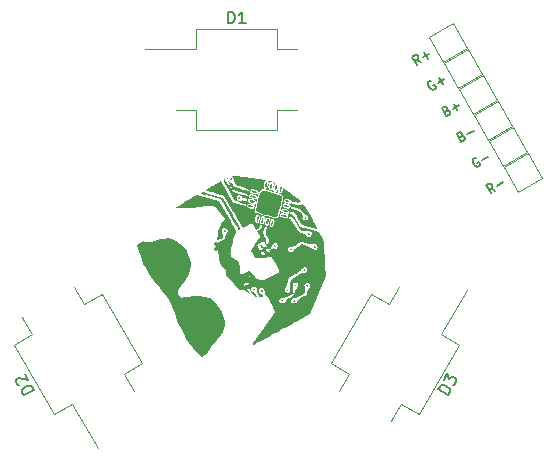
<source format=gto>
%TF.GenerationSoftware,KiCad,Pcbnew,(5.99.0-11336-g5116fa6d12)*%
%TF.CreationDate,2021-07-16T01:57:22+02:00*%
%TF.ProjectId,LED_PCB_60mm,4c45445f-5043-4425-9f36-306d6d2e6b69,rev?*%
%TF.SameCoordinates,Original*%
%TF.FileFunction,Legend,Top*%
%TF.FilePolarity,Positive*%
%FSLAX46Y46*%
G04 Gerber Fmt 4.6, Leading zero omitted, Abs format (unit mm)*
G04 Created by KiCad (PCBNEW (5.99.0-11336-g5116fa6d12)) date 2021-07-16 01:57:22*
%MOMM*%
%LPD*%
G01*
G04 APERTURE LIST*
%ADD10C,0.150000*%
%ADD11C,0.300000*%
%ADD12C,0.120000*%
G04 APERTURE END LIST*
D10*
X165890245Y-73220523D02*
X165479364Y-73028856D01*
X165504245Y-73443380D02*
X165114245Y-72767880D01*
X165371578Y-72619309D01*
X165454483Y-72614333D01*
X165505221Y-72627928D01*
X165574531Y-72673690D01*
X165630245Y-72770190D01*
X165635221Y-72853095D01*
X165621626Y-72903833D01*
X165575864Y-72973142D01*
X165318531Y-73121714D01*
X166031173Y-72796047D02*
X166545840Y-72498904D01*
X166437078Y-72904809D02*
X166139935Y-72390142D01*
X166742450Y-74770871D02*
X166659545Y-74775848D01*
X166563045Y-74831562D01*
X166485116Y-74919443D01*
X166457926Y-75020919D01*
X166462902Y-75103824D01*
X166505021Y-75251062D01*
X166560735Y-75347562D01*
X166667188Y-75457657D01*
X166736497Y-75503419D01*
X166837973Y-75530609D01*
X166953045Y-75507062D01*
X167017378Y-75469919D01*
X167095307Y-75382038D01*
X167108902Y-75331300D01*
X166978902Y-75106133D01*
X166850235Y-75180419D01*
X167286973Y-74971157D02*
X167801640Y-74674014D01*
X167692878Y-75079919D02*
X167395735Y-74565252D01*
X168036726Y-77309767D02*
X168151797Y-77286219D01*
X168202535Y-77299815D01*
X168271845Y-77345576D01*
X168327559Y-77442076D01*
X168332535Y-77524981D01*
X168318940Y-77575719D01*
X168273178Y-77645029D01*
X168015845Y-77793600D01*
X167625845Y-77118100D01*
X167851012Y-76988100D01*
X167933916Y-76983124D01*
X167984654Y-76996719D01*
X168053964Y-77042481D01*
X168091107Y-77106815D01*
X168096083Y-77189719D01*
X168082488Y-77240457D01*
X168036726Y-77309767D01*
X167811559Y-77439767D01*
X168542773Y-77146267D02*
X169057440Y-76849124D01*
X168948678Y-77255029D02*
X168651535Y-76740362D01*
X169292526Y-79484877D02*
X169407597Y-79461329D01*
X169458335Y-79474925D01*
X169527645Y-79520686D01*
X169583359Y-79617186D01*
X169588335Y-79700091D01*
X169574740Y-79750829D01*
X169528978Y-79820139D01*
X169271645Y-79968710D01*
X168881645Y-79293210D01*
X169106812Y-79163210D01*
X169189716Y-79158234D01*
X169240454Y-79171829D01*
X169309764Y-79217591D01*
X169346907Y-79281925D01*
X169351883Y-79364829D01*
X169338288Y-79415567D01*
X169292526Y-79484877D01*
X169067359Y-79614877D01*
X169798573Y-79321377D02*
X170313240Y-79024234D01*
X170509850Y-81296201D02*
X170426945Y-81301178D01*
X170330445Y-81356892D01*
X170252516Y-81444773D01*
X170225326Y-81546249D01*
X170230302Y-81629154D01*
X170272421Y-81776392D01*
X170328135Y-81872892D01*
X170434588Y-81982987D01*
X170503897Y-82028749D01*
X170605373Y-82055939D01*
X170720445Y-82032392D01*
X170784778Y-81995249D01*
X170862707Y-81907368D01*
X170876302Y-81856630D01*
X170746302Y-81631463D01*
X170617635Y-81705749D01*
X171054373Y-81496487D02*
X171569040Y-81199344D01*
X172169245Y-84096073D02*
X171758364Y-83904406D01*
X171783245Y-84318930D02*
X171393245Y-83643430D01*
X171650578Y-83494859D01*
X171733483Y-83489883D01*
X171784221Y-83503478D01*
X171853531Y-83549240D01*
X171909245Y-83645740D01*
X171914221Y-83728645D01*
X171900626Y-83779383D01*
X171854864Y-83848692D01*
X171597531Y-83997264D01*
X172310173Y-83671597D02*
X172824840Y-83374454D01*
D11*
%TO.C,G\u002A\u002A\u002A*%
X150226974Y-91815300D02*
X150236697Y-91977284D01*
X150345554Y-92165830D01*
X150517260Y-92318090D01*
X150715528Y-92371216D01*
X150877512Y-92361493D01*
X151165192Y-92279199D01*
X151353738Y-92170342D01*
X151568847Y-91962350D01*
X151658259Y-91826930D01*
X151711385Y-91628661D01*
X151665376Y-91403830D01*
X151592805Y-91278132D01*
X151421099Y-91125872D01*
X151321965Y-91099309D01*
X150882024Y-91353309D01*
X151027167Y-91604704D01*
X149692411Y-91034553D02*
X150006654Y-90853124D01*
X150062386Y-91239939D02*
X150006654Y-90853124D01*
X149699528Y-90611452D01*
X150366906Y-90896528D02*
X150006654Y-90853124D01*
X150149192Y-90519436D01*
X149111839Y-90028974D02*
X149426083Y-89847545D01*
X149481814Y-90234360D02*
X149426083Y-89847545D01*
X149118957Y-89605873D01*
X149786335Y-89890949D02*
X149426083Y-89847545D01*
X149568621Y-89513856D01*
X148531268Y-89023395D02*
X148845512Y-88841966D01*
X148901243Y-89228781D02*
X148845512Y-88841966D01*
X148538386Y-88600294D01*
X149205763Y-88885369D02*
X148845512Y-88841966D01*
X148988049Y-88508277D01*
D10*
%TO.C,D1*%
X149503904Y-69928380D02*
X149503904Y-68928380D01*
X149742000Y-68928380D01*
X149884857Y-68976000D01*
X149980095Y-69071238D01*
X150027714Y-69166476D01*
X150075333Y-69356952D01*
X150075333Y-69499809D01*
X150027714Y-69690285D01*
X149980095Y-69785523D01*
X149884857Y-69880761D01*
X149742000Y-69928380D01*
X149503904Y-69928380D01*
X151027714Y-69928380D02*
X150456285Y-69928380D01*
X150742000Y-69928380D02*
X150742000Y-68928380D01*
X150646761Y-69071238D01*
X150551523Y-69166476D01*
X150456285Y-69214095D01*
%TO.C,D3*%
X168186255Y-101382399D02*
X167320230Y-100882399D01*
X167439277Y-100676203D01*
X167551945Y-100576294D01*
X167682043Y-100541435D01*
X167788331Y-100547814D01*
X167977098Y-100601813D01*
X168100816Y-100673242D01*
X168241964Y-100809719D01*
X168300633Y-100898578D01*
X168335492Y-101028675D01*
X168305303Y-101176203D01*
X168186255Y-101382399D01*
X167772611Y-100098852D02*
X168082135Y-99562741D01*
X168245382Y-100041893D01*
X168316811Y-99918175D01*
X168405669Y-99859506D01*
X168470718Y-99842076D01*
X168577006Y-99848456D01*
X168783203Y-99967503D01*
X168841872Y-100056362D01*
X168859302Y-100121411D01*
X168852922Y-100227699D01*
X168710065Y-100475134D01*
X168621206Y-100533804D01*
X168556158Y-100551233D01*
%TO.C,D2*%
X133081291Y-100930018D02*
X132215265Y-101430018D01*
X132096217Y-101223822D01*
X132066028Y-101076294D01*
X132100888Y-100946197D01*
X132159557Y-100857338D01*
X132300705Y-100720861D01*
X132424422Y-100649432D01*
X132613189Y-100595434D01*
X132719477Y-100589054D01*
X132849575Y-100623913D01*
X132962243Y-100723822D01*
X133081291Y-100930018D01*
X131821553Y-100557613D02*
X131756504Y-100540183D01*
X131667646Y-100481514D01*
X131548598Y-100275318D01*
X131542219Y-100169030D01*
X131559648Y-100103981D01*
X131618318Y-100015122D01*
X131700796Y-99967503D01*
X131848324Y-99937314D01*
X132628910Y-100146471D01*
X132319386Y-99610360D01*
%TO.C,G\u002A\u002A\u002A*%
G36*
X156391299Y-87151206D02*
G01*
X155770052Y-86973646D01*
X155466496Y-86447873D01*
X155339708Y-86229658D01*
X155248565Y-86080712D01*
X155180316Y-85986082D01*
X155122214Y-85930820D01*
X155061509Y-85899974D01*
X154985451Y-85878593D01*
X154979883Y-85877226D01*
X154913073Y-85866796D01*
X154851242Y-85857143D01*
X154788723Y-85881943D01*
X154776377Y-85908666D01*
X154786630Y-85975209D01*
X154871584Y-86030755D01*
X154898331Y-86041966D01*
X154964296Y-86075889D01*
X155027245Y-86130731D01*
X155098848Y-86221775D01*
X155190775Y-86364308D01*
X155314695Y-86573611D01*
X155347444Y-86630197D01*
X155654157Y-87161440D01*
X156452196Y-87372766D01*
X157250234Y-87584091D01*
X157452391Y-88000128D01*
X157654549Y-88416163D01*
X157769687Y-90464243D01*
X157816386Y-91294921D01*
X156453884Y-94520218D01*
X155978653Y-94794806D01*
X155907218Y-94836082D01*
X155713681Y-94946519D01*
X155464872Y-95086330D01*
X155235825Y-95213860D01*
X155170452Y-95250259D01*
X154840078Y-95433050D01*
X154483407Y-95629448D01*
X154110099Y-95834195D01*
X153729813Y-96042035D01*
X153352206Y-96247715D01*
X152986936Y-96445975D01*
X152643663Y-96631561D01*
X152332044Y-96799216D01*
X152061738Y-96943685D01*
X151842404Y-97059711D01*
X151683699Y-97142038D01*
X151595281Y-97185410D01*
X151580252Y-97190815D01*
X151564166Y-97176274D01*
X151568107Y-97141012D01*
X151596793Y-97077854D01*
X151654938Y-96979619D01*
X151747260Y-96839133D01*
X151878473Y-96649216D01*
X152053293Y-96402694D01*
X152276437Y-96092389D01*
X152551440Y-95712748D01*
X153515571Y-94384641D01*
X153232393Y-93740101D01*
X153117330Y-93481805D01*
X153058935Y-93357802D01*
X153869037Y-93357802D01*
X153872730Y-93392375D01*
X153933783Y-93535906D01*
X154039736Y-93614866D01*
X154164070Y-93624182D01*
X154280266Y-93558782D01*
X154335402Y-93480860D01*
X154337557Y-93477960D01*
X154873662Y-93477960D01*
X154938247Y-93582641D01*
X155043749Y-93639445D01*
X155164752Y-93640395D01*
X155275847Y-93577511D01*
X155339278Y-93479015D01*
X155382026Y-93400415D01*
X155454092Y-93325690D01*
X155574003Y-93239616D01*
X155760284Y-93126962D01*
X155784916Y-93112701D01*
X156173812Y-92888172D01*
X156220685Y-92636794D01*
X156270625Y-92461023D01*
X156338360Y-92349128D01*
X156361017Y-92331456D01*
X156460861Y-92229310D01*
X156470430Y-92096056D01*
X156434004Y-92008922D01*
X156356425Y-91916954D01*
X156291258Y-91878236D01*
X156156083Y-91883212D01*
X156051719Y-91958861D01*
X155995000Y-92079737D01*
X156002763Y-92220393D01*
X156027734Y-92276561D01*
X156048256Y-92368339D01*
X156047959Y-92507908D01*
X156043457Y-92551566D01*
X156017379Y-92754172D01*
X155646136Y-92968510D01*
X155445702Y-93078669D01*
X155308707Y-93139134D01*
X155219209Y-93156197D01*
X155186108Y-93149988D01*
X155061219Y-93149406D01*
X154944745Y-93218840D01*
X154875401Y-93333380D01*
X154873662Y-93477960D01*
X154337557Y-93477960D01*
X154401335Y-93392121D01*
X154520868Y-93293688D01*
X154709856Y-93173067D01*
X154772182Y-93136612D01*
X155143439Y-92922267D01*
X155219918Y-92625756D01*
X155284444Y-92432108D01*
X155357789Y-92304870D01*
X155394142Y-92272812D01*
X155470199Y-92178991D01*
X155475290Y-92099782D01*
X155455993Y-91990405D01*
X155420691Y-91934494D01*
X155339072Y-91889446D01*
X155318961Y-91880061D01*
X155176230Y-91857438D01*
X155059248Y-91916182D01*
X154993567Y-92040532D01*
X154987887Y-92084303D01*
X154998157Y-92195250D01*
X155032242Y-92254873D01*
X155054405Y-92314649D01*
X155054205Y-92437104D01*
X155042250Y-92530946D01*
X154999857Y-92778826D01*
X154821212Y-92882519D01*
X154672631Y-92968760D01*
X154487970Y-93069978D01*
X154355009Y-93124843D01*
X154245992Y-93142867D01*
X154174652Y-93139311D01*
X154011497Y-93153954D01*
X153904337Y-93231217D01*
X153869037Y-93357802D01*
X153058935Y-93357802D01*
X153032100Y-93300816D01*
X152969710Y-93184557D01*
X152923176Y-93120453D01*
X152885507Y-93095927D01*
X152873600Y-93094369D01*
X152797952Y-93053731D01*
X152718735Y-92956293D01*
X152654584Y-92835586D01*
X152624136Y-92725138D01*
X152636159Y-92667192D01*
X152648695Y-92578684D01*
X152606460Y-92475380D01*
X154314793Y-92475380D01*
X154317818Y-92583391D01*
X154362385Y-92643962D01*
X154436208Y-92685677D01*
X154578910Y-92717343D01*
X154703448Y-92678545D01*
X154783554Y-92585016D01*
X154796430Y-92469925D01*
X154768981Y-92368567D01*
X154737730Y-92324717D01*
X154732149Y-92276873D01*
X154749556Y-92158192D01*
X154786288Y-91991239D01*
X154801576Y-91931117D01*
X154902243Y-91547384D01*
X155371578Y-91276414D01*
X155590464Y-91153284D01*
X155743436Y-91076312D01*
X155846131Y-91038894D01*
X155914189Y-91034425D01*
X155932688Y-91039411D01*
X156051392Y-91038803D01*
X156154258Y-90967113D01*
X156212686Y-90849552D01*
X156216894Y-90788896D01*
X156170220Y-90654016D01*
X156063508Y-90585246D01*
X155915446Y-90591802D01*
X155859441Y-90612630D01*
X155751739Y-90686192D01*
X155732346Y-90756108D01*
X155724831Y-90798255D01*
X155680859Y-90849093D01*
X155587776Y-90918147D01*
X155489262Y-90979731D01*
X155432923Y-91014949D01*
X155251853Y-91121057D01*
X155233036Y-91132084D01*
X154922730Y-91311240D01*
X154720992Y-91427713D01*
X154643248Y-91724068D01*
X154616968Y-91824246D01*
X154545572Y-92055956D01*
X154474225Y-92211717D01*
X154417962Y-92275618D01*
X154342410Y-92366479D01*
X154314793Y-92475380D01*
X152606460Y-92475380D01*
X152598998Y-92457128D01*
X152519151Y-92351973D01*
X152427535Y-92318707D01*
X152382092Y-92320287D01*
X152257824Y-92369163D01*
X152180809Y-92468752D01*
X152154252Y-92590946D01*
X152181355Y-92707640D01*
X152265322Y-92790723D01*
X152326242Y-92810322D01*
X152394567Y-92847584D01*
X152466769Y-92920505D01*
X152522458Y-93001324D01*
X152541244Y-93062269D01*
X152522942Y-93078167D01*
X152346503Y-93089168D01*
X152237745Y-93082330D01*
X152167321Y-93044322D01*
X152105885Y-92961813D01*
X152047849Y-92862356D01*
X151967052Y-92704421D01*
X151939608Y-92592091D01*
X151953981Y-92505508D01*
X151974951Y-92376334D01*
X151920190Y-92284074D01*
X151814555Y-92220957D01*
X151671688Y-92197908D01*
X151555384Y-92256846D01*
X151489505Y-92382660D01*
X151483164Y-92430785D01*
X151484644Y-92532512D01*
X151521858Y-92590590D01*
X151620919Y-92642321D01*
X151635797Y-92648827D01*
X151789408Y-92753595D01*
X151911789Y-92921159D01*
X152026786Y-93123411D01*
X151854835Y-93065343D01*
X151763198Y-93027108D01*
X151689121Y-92970770D01*
X151613738Y-92875766D01*
X151518181Y-92721539D01*
X151481596Y-92658634D01*
X151380779Y-92477007D01*
X151325319Y-92353634D01*
X151307381Y-92265494D01*
X151319128Y-92189567D01*
X151320475Y-92185301D01*
X151332885Y-92035610D01*
X151261760Y-91933618D01*
X151161461Y-91893246D01*
X151005591Y-91899018D01*
X150897646Y-91982766D01*
X150855293Y-92120336D01*
X150856681Y-92221163D01*
X150893223Y-92279258D01*
X150990721Y-92330828D01*
X151011933Y-92340122D01*
X151145487Y-92422897D01*
X151245088Y-92554178D01*
X151275097Y-92611450D01*
X151373261Y-92810954D01*
X150846567Y-92502597D01*
X150597488Y-92351159D01*
X150394135Y-92211258D01*
X150207039Y-92059626D01*
X150006729Y-91872993D01*
X149847564Y-91713844D01*
X149375254Y-91233447D01*
X149377742Y-90783377D01*
X149166198Y-90645706D01*
X148954654Y-90508034D01*
X148799633Y-89847918D01*
X148740484Y-89574404D01*
X148690629Y-89302989D01*
X148654944Y-89063179D01*
X148638307Y-88884481D01*
X148637837Y-88869257D01*
X148631063Y-88550712D01*
X149287434Y-88171757D01*
X149289298Y-87974404D01*
X149316011Y-87807584D01*
X149387006Y-87721715D01*
X149476365Y-87630484D01*
X149495839Y-87489987D01*
X149486794Y-87422651D01*
X149432514Y-87352377D01*
X149322843Y-87292263D01*
X149199311Y-87258828D01*
X149103451Y-87268586D01*
X149101771Y-87269525D01*
X149043813Y-87350593D01*
X149017940Y-87481115D01*
X149029468Y-87617177D01*
X149052537Y-87676484D01*
X149095922Y-87813571D01*
X149099727Y-87932957D01*
X149075580Y-88024107D01*
X149016250Y-88093023D01*
X148897238Y-88164985D01*
X148853002Y-88187562D01*
X148624931Y-88301897D01*
X148653289Y-87836892D01*
X148668776Y-87624260D01*
X148691746Y-87466324D01*
X148732775Y-87331821D01*
X148802442Y-87189488D01*
X148911321Y-87008066D01*
X148959796Y-86930900D01*
X149237945Y-86489915D01*
X148920312Y-86056431D01*
X148742874Y-85812163D01*
X148609350Y-85633624D01*
X148501935Y-85511541D01*
X148402819Y-85436643D01*
X148294197Y-85399656D01*
X148158260Y-85391308D01*
X147977202Y-85402329D01*
X147733215Y-85423446D01*
X147708504Y-85425449D01*
X147090745Y-85474317D01*
X146564783Y-85514513D01*
X146125689Y-85546321D01*
X145768544Y-85570030D01*
X145488423Y-85585926D01*
X145280402Y-85594297D01*
X145139559Y-85595429D01*
X145060970Y-85589610D01*
X145040009Y-85581019D01*
X145067267Y-85543052D01*
X145172044Y-85465567D01*
X145356503Y-85347170D01*
X145622805Y-85186473D01*
X145954797Y-84992654D01*
X146895656Y-84449449D01*
X147844758Y-84720848D01*
X148793860Y-84992249D01*
X149530163Y-86267562D01*
X149738453Y-86628827D01*
X149902562Y-86915419D01*
X150027117Y-87136645D01*
X150116743Y-87301811D01*
X150176068Y-87420225D01*
X150209718Y-87501190D01*
X150222320Y-87554016D01*
X150218501Y-87588006D01*
X150202886Y-87612468D01*
X150200247Y-87615416D01*
X150168549Y-87683196D01*
X150118810Y-87829869D01*
X150055674Y-88039879D01*
X149983781Y-88297674D01*
X149907773Y-88587696D01*
X149894743Y-88639219D01*
X149655457Y-89590481D01*
X150464825Y-90122800D01*
X150500024Y-90620258D01*
X150535222Y-91117718D01*
X150694376Y-91169434D01*
X151155689Y-91317765D01*
X151534333Y-91435754D01*
X151839101Y-91525753D01*
X152078784Y-91590119D01*
X152262178Y-91631205D01*
X152398077Y-91651366D01*
X152495272Y-91652956D01*
X152499026Y-91652614D01*
X152607307Y-91634153D01*
X152728389Y-91594191D01*
X152880613Y-91524562D01*
X153082314Y-91417099D01*
X153281930Y-91303978D01*
X153554100Y-91142653D01*
X153741392Y-91020359D01*
X153846906Y-90934961D01*
X153873700Y-90896257D01*
X153859861Y-90816235D01*
X153793538Y-90663781D01*
X153673459Y-90436203D01*
X153571306Y-90255937D01*
X153437896Y-90027400D01*
X153341882Y-89871336D01*
X153273728Y-89775175D01*
X153255239Y-89757059D01*
X153223897Y-89726350D01*
X153182854Y-89712290D01*
X153160733Y-89714786D01*
X153080871Y-89725282D01*
X152925716Y-89739781D01*
X152716928Y-89756441D01*
X152694984Y-89757988D01*
X152476170Y-89773422D01*
X152452440Y-89774984D01*
X151830994Y-89815625D01*
X151637661Y-89480762D01*
X151542307Y-89311495D01*
X151539157Y-89304763D01*
X152302839Y-89304763D01*
X152353950Y-89410042D01*
X152362371Y-89424716D01*
X152430690Y-89529794D01*
X152485576Y-89562341D01*
X152555460Y-89537472D01*
X152564651Y-89532245D01*
X152627095Y-89483949D01*
X152632198Y-89423253D01*
X152581089Y-89317973D01*
X152572668Y-89303301D01*
X152504348Y-89198222D01*
X152449463Y-89165674D01*
X152379579Y-89190543D01*
X152370387Y-89195771D01*
X152307944Y-89244066D01*
X152302839Y-89304763D01*
X151539157Y-89304763D01*
X151491150Y-89202162D01*
X151478087Y-89129606D01*
X151497015Y-89070667D01*
X151519945Y-89034042D01*
X151681776Y-88797359D01*
X151742979Y-88709706D01*
X151949560Y-88709706D01*
X152216673Y-89172359D01*
X152407936Y-89061933D01*
X152723433Y-89061933D01*
X152774543Y-89167213D01*
X152782964Y-89181886D01*
X152851284Y-89286964D01*
X152906169Y-89319512D01*
X152976053Y-89294642D01*
X152985244Y-89289415D01*
X153047688Y-89241120D01*
X153052792Y-89180423D01*
X153001682Y-89075143D01*
X152993261Y-89060471D01*
X152924942Y-88955392D01*
X152870056Y-88922844D01*
X152800172Y-88947714D01*
X152790981Y-88952941D01*
X152728537Y-89001236D01*
X152723433Y-89061933D01*
X152407936Y-89061933D01*
X152690163Y-88898989D01*
X152974029Y-88898989D01*
X153010370Y-88992255D01*
X153021746Y-89012675D01*
X153088890Y-89104952D01*
X153143307Y-89140019D01*
X153150229Y-89138082D01*
X153158918Y-89084412D01*
X153120873Y-88990104D01*
X153054678Y-88904159D01*
X153143951Y-88904159D01*
X153161499Y-88963339D01*
X153232567Y-89016762D01*
X153289033Y-89001864D01*
X153399599Y-88978760D01*
X153456785Y-88989131D01*
X153583147Y-88991015D01*
X153583608Y-88990709D01*
X154590496Y-88990709D01*
X154600903Y-89106158D01*
X154666123Y-89226547D01*
X154758957Y-89304772D01*
X154775047Y-89310361D01*
X154880110Y-89303765D01*
X154989303Y-89250720D01*
X155066067Y-89174347D01*
X155080615Y-89117117D01*
X155093116Y-89067501D01*
X155154599Y-89005976D01*
X155278539Y-88921601D01*
X155439075Y-88826042D01*
X155809749Y-88612033D01*
X156196015Y-88739516D01*
X156421585Y-88824949D01*
X156576214Y-88907271D01*
X156641265Y-88968728D01*
X156733802Y-89063183D01*
X156857781Y-89118370D01*
X156971333Y-89117253D01*
X156987615Y-89109653D01*
X157087955Y-89005478D01*
X157115873Y-88872922D01*
X157075989Y-88742763D01*
X156972916Y-88645779D01*
X156914610Y-88623056D01*
X156872529Y-88621797D01*
X156795525Y-88619493D01*
X156732425Y-88640116D01*
X156653252Y-88645502D01*
X156507133Y-88621175D01*
X156317985Y-88571746D01*
X156222850Y-88541766D01*
X155791208Y-88398420D01*
X155704457Y-88448506D01*
X155381238Y-88635117D01*
X155181536Y-88746875D01*
X155083102Y-88794536D01*
X155047577Y-88811737D01*
X154963777Y-88835918D01*
X154914551Y-88825627D01*
X154910634Y-88822701D01*
X154827403Y-88809258D01*
X154720185Y-88850245D01*
X154627281Y-88925562D01*
X154590496Y-88990709D01*
X153583608Y-88990709D01*
X153691391Y-88919211D01*
X153750001Y-88796238D01*
X153752301Y-88777998D01*
X153752993Y-88653090D01*
X153711997Y-88577276D01*
X153632345Y-88519571D01*
X153521704Y-88500616D01*
X153401195Y-88545515D01*
X153310117Y-88634350D01*
X153286805Y-88694716D01*
X153234932Y-88796649D01*
X153191902Y-88833627D01*
X153143951Y-88904159D01*
X153054678Y-88904159D01*
X153051828Y-88900458D01*
X152992390Y-88864697D01*
X152984167Y-88880053D01*
X152974029Y-88898989D01*
X152690163Y-88898989D01*
X152805504Y-88832397D01*
X152538391Y-88369744D01*
X151949560Y-88709706D01*
X151742979Y-88709706D01*
X151840375Y-88570220D01*
X151984017Y-88368980D01*
X152100972Y-88210001D01*
X152179512Y-88109644D01*
X152195551Y-88091607D01*
X152234772Y-88036366D01*
X152235089Y-87971068D01*
X152191330Y-87869389D01*
X152130451Y-87760303D01*
X152080414Y-87673636D01*
X152514796Y-87673636D01*
X152540529Y-87775434D01*
X152607828Y-87906745D01*
X152648343Y-87977394D01*
X152735138Y-88135850D01*
X152776060Y-88242184D01*
X152778357Y-88325598D01*
X152754109Y-88403417D01*
X152725177Y-88531720D01*
X152744005Y-88623266D01*
X152801906Y-88655614D01*
X152846017Y-88640770D01*
X152905389Y-88569760D01*
X152961032Y-88446958D01*
X152970034Y-88418479D01*
X152993722Y-88310671D01*
X152986647Y-88216267D01*
X152941084Y-88102598D01*
X152860913Y-87957051D01*
X152775264Y-87802120D01*
X152733788Y-87692842D01*
X152730236Y-87591849D01*
X152758357Y-87461776D01*
X152770558Y-87416858D01*
X152813830Y-87243109D01*
X152822845Y-87144012D01*
X152795263Y-87102481D01*
X152728745Y-87101431D01*
X152727400Y-87101642D01*
X152661727Y-87159378D01*
X152660334Y-87162505D01*
X152595403Y-87308267D01*
X152565853Y-87404625D01*
X152525084Y-87562864D01*
X152514796Y-87673636D01*
X152080414Y-87673636D01*
X151986389Y-87510781D01*
X152168325Y-87405740D01*
X152305491Y-87304634D01*
X152375102Y-87187382D01*
X152386049Y-87148256D01*
X152404366Y-87042036D01*
X152381535Y-86995626D01*
X152319316Y-86978306D01*
X152242969Y-86979554D01*
X152219464Y-87017294D01*
X152206991Y-87037322D01*
X152195118Y-87097674D01*
X152125642Y-87243281D01*
X152045412Y-87308466D01*
X151917384Y-87382384D01*
X151741037Y-87105664D01*
X151564690Y-86828942D01*
X150772628Y-87253991D01*
X150396315Y-86602944D01*
X151808509Y-86602944D01*
X151819304Y-86717246D01*
X151878653Y-86782162D01*
X151979074Y-86815446D01*
X152051101Y-86826131D01*
X152097743Y-86806467D01*
X152134563Y-86736926D01*
X152138059Y-86725515D01*
X152227102Y-86725515D01*
X152238114Y-86843457D01*
X152306910Y-86905470D01*
X152441061Y-86927224D01*
X152455572Y-86927715D01*
X152516187Y-86912836D01*
X152560281Y-86850377D01*
X152563387Y-86840114D01*
X152623426Y-86840114D01*
X152633395Y-86946235D01*
X152667994Y-86996353D01*
X152782782Y-87057000D01*
X152886216Y-87023653D01*
X152926765Y-86966058D01*
X153035663Y-86966058D01*
X153081066Y-87058172D01*
X153086058Y-87065251D01*
X153184949Y-87155335D01*
X153279642Y-87152557D01*
X153362945Y-87061141D01*
X153427657Y-86885307D01*
X153433212Y-86861531D01*
X153464458Y-86685055D01*
X153456571Y-86577718D01*
X153403196Y-86517228D01*
X153326894Y-86488489D01*
X153249582Y-86471381D01*
X153199522Y-86484746D01*
X153156927Y-86547214D01*
X153102015Y-86677421D01*
X153087549Y-86713894D01*
X153037772Y-86863678D01*
X153035663Y-86966058D01*
X152926765Y-86966058D01*
X152973832Y-86899205D01*
X153021147Y-86767428D01*
X153061043Y-86570268D01*
X153046385Y-86442432D01*
X152974504Y-86371128D01*
X152935442Y-86357189D01*
X152828055Y-86358214D01*
X152745001Y-86433409D01*
X152677569Y-86592515D01*
X152656101Y-86669614D01*
X152623426Y-86840114D01*
X152563387Y-86840114D01*
X152599855Y-86719631D01*
X152615225Y-86652226D01*
X152648833Y-86459148D01*
X152642729Y-86339428D01*
X152590897Y-86275330D01*
X152487323Y-86249111D01*
X152478263Y-86248261D01*
X152405226Y-86247859D01*
X152357203Y-86276305D01*
X152318982Y-86354253D01*
X152275345Y-86502355D01*
X152266300Y-86535971D01*
X152227102Y-86725515D01*
X152138059Y-86725515D01*
X152177129Y-86597978D01*
X152190460Y-86550220D01*
X152236729Y-86368860D01*
X152248234Y-86257172D01*
X152220618Y-86192575D01*
X152149526Y-86152492D01*
X152111182Y-86139307D01*
X152004112Y-86120340D01*
X151962421Y-86141002D01*
X151931417Y-86156368D01*
X151878767Y-86262082D01*
X151838915Y-86418424D01*
X151808509Y-86602944D01*
X150396315Y-86602944D01*
X149989742Y-85899544D01*
X149901347Y-85746614D01*
X151810795Y-85746614D01*
X151812866Y-85796786D01*
X151849035Y-85875662D01*
X151916888Y-85945231D01*
X152028425Y-86010917D01*
X152195648Y-86078149D01*
X152430556Y-86152350D01*
X152745149Y-86238949D01*
X152853285Y-86267230D01*
X153187618Y-86349462D01*
X153436030Y-86400078D01*
X153604120Y-86419996D01*
X153697490Y-86410132D01*
X153704475Y-86406685D01*
X153757066Y-86342359D01*
X153818013Y-86207421D01*
X153936220Y-86207421D01*
X153954434Y-86257203D01*
X154021674Y-86306890D01*
X154148293Y-86359789D01*
X154298877Y-86405452D01*
X154438021Y-86433430D01*
X154530315Y-86433276D01*
X154538874Y-86429657D01*
X154574430Y-86369464D01*
X154581398Y-86343973D01*
X154666848Y-86343973D01*
X154675336Y-86412425D01*
X154761049Y-86458142D01*
X154761660Y-86458340D01*
X154818957Y-86488111D01*
X154881591Y-86549257D01*
X154959838Y-86655630D01*
X155063980Y-86821083D01*
X155192053Y-87038345D01*
X155506958Y-87581148D01*
X155808500Y-87681111D01*
X156007293Y-87762113D01*
X156138273Y-87847783D01*
X156171600Y-87887695D01*
X156270598Y-87978061D01*
X156404041Y-88011114D01*
X156505474Y-87986039D01*
X156564124Y-87908800D01*
X156602541Y-87785429D01*
X156608097Y-87666624D01*
X156595205Y-87625797D01*
X156524273Y-87567240D01*
X156426095Y-87527155D01*
X156303253Y-87514548D01*
X156221580Y-87533074D01*
X156136107Y-87545285D01*
X155995975Y-87531181D01*
X155900336Y-87510887D01*
X155650921Y-87447228D01*
X155332262Y-86895294D01*
X155201435Y-86670299D01*
X155106863Y-86515284D01*
X155036761Y-86415810D01*
X154979341Y-86357436D01*
X154922821Y-86325722D01*
X154855415Y-86306229D01*
X154850562Y-86305084D01*
X154785292Y-86296649D01*
X154731408Y-86289685D01*
X154675650Y-86321499D01*
X154666848Y-86343973D01*
X154581398Y-86343973D01*
X154603433Y-86263357D01*
X154614376Y-86162429D01*
X154607384Y-86125429D01*
X154561579Y-86105423D01*
X154450819Y-86066228D01*
X154351412Y-86033337D01*
X154198542Y-85995110D01*
X154076346Y-85984248D01*
X154031295Y-85993678D01*
X153951185Y-86086589D01*
X153936220Y-86207421D01*
X153818013Y-86207421D01*
X153821082Y-86200627D01*
X153898589Y-85975961D01*
X153975479Y-85717250D01*
X154030284Y-85717250D01*
X154042827Y-85811518D01*
X154114792Y-85896978D01*
X154263190Y-85966945D01*
X154339825Y-85990541D01*
X154520605Y-86032199D01*
X154630575Y-86028671D01*
X154687646Y-85974310D01*
X154708854Y-85874215D01*
X154699896Y-85773546D01*
X154640562Y-85701919D01*
X154513654Y-85645594D01*
X154375578Y-85607956D01*
X154207132Y-85593286D01*
X154086644Y-85633014D01*
X154030284Y-85717250D01*
X153975479Y-85717250D01*
X153991651Y-85662836D01*
X154018613Y-85566388D01*
X154062588Y-85403435D01*
X154151657Y-85403435D01*
X154208649Y-85495098D01*
X154348375Y-85561202D01*
X154429646Y-85583113D01*
X154622463Y-85608911D01*
X154744595Y-85574984D01*
X154777172Y-85522154D01*
X154882630Y-85522154D01*
X154890338Y-85571548D01*
X154942636Y-85616550D01*
X155055378Y-85665819D01*
X155244418Y-85728018D01*
X155278484Y-85738436D01*
X155485221Y-85805346D01*
X155620478Y-85862653D01*
X155707235Y-85923368D01*
X155768476Y-86000501D01*
X155782382Y-86023684D01*
X155847514Y-86215570D01*
X155838786Y-86337490D01*
X155821392Y-86448490D01*
X155851902Y-86513281D01*
X155931548Y-86567944D01*
X156077860Y-86613099D01*
X156205979Y-86580852D01*
X156289999Y-86482178D01*
X156307634Y-86408612D01*
X156303848Y-86268078D01*
X156248264Y-86190851D01*
X156136848Y-86151976D01*
X156043429Y-86111754D01*
X155956992Y-86021285D01*
X155872213Y-85887878D01*
X155803803Y-85774421D01*
X155741160Y-85698897D01*
X155660069Y-85646185D01*
X155536316Y-85601166D01*
X155345683Y-85548719D01*
X155316926Y-85541145D01*
X155113998Y-85490739D01*
X154986263Y-85468673D01*
X154981805Y-85469024D01*
X154916247Y-85474185D01*
X154886473Y-85506508D01*
X154882630Y-85522154D01*
X154777172Y-85522154D01*
X154804148Y-85478408D01*
X154809980Y-85445966D01*
X154818750Y-85365063D01*
X154802472Y-85319982D01*
X154738338Y-85282204D01*
X154647149Y-85242397D01*
X154494213Y-85190514D01*
X154349833Y-85163232D01*
X154344131Y-85162860D01*
X154241182Y-85166423D01*
X154191304Y-85211467D01*
X154167419Y-85274469D01*
X154151657Y-85403435D01*
X154062588Y-85403435D01*
X154110648Y-85225344D01*
X154169253Y-84981676D01*
X154234509Y-84981676D01*
X154304640Y-85062328D01*
X154456508Y-85130282D01*
X154534570Y-85153977D01*
X154711734Y-85194663D01*
X154821166Y-85190788D01*
X154883945Y-85137109D01*
X154913430Y-85059778D01*
X154926034Y-84960827D01*
X154889020Y-84891880D01*
X154786039Y-84836926D01*
X154638345Y-84790356D01*
X154442879Y-84751603D01*
X154316396Y-84768579D01*
X154246509Y-84843972D01*
X154234843Y-84877951D01*
X154234509Y-84981676D01*
X154169253Y-84981676D01*
X154173504Y-84964001D01*
X154207025Y-84769368D01*
X154211053Y-84628452D01*
X154185434Y-84528259D01*
X154130010Y-84455797D01*
X154044626Y-84398074D01*
X154004311Y-84377310D01*
X153909575Y-84340906D01*
X153741617Y-84286266D01*
X153521175Y-84219766D01*
X153346435Y-84169891D01*
X153268991Y-84147786D01*
X153164580Y-84119081D01*
X152858029Y-84036693D01*
X152624583Y-83984382D01*
X152450688Y-83970930D01*
X152322791Y-84005116D01*
X152227338Y-84095719D01*
X152150775Y-84251518D01*
X152079551Y-84481295D01*
X152065516Y-84536507D01*
X152000108Y-84793829D01*
X151976727Y-84888549D01*
X151966371Y-84932736D01*
X151913022Y-85160377D01*
X151872977Y-85353057D01*
X151861926Y-85406228D01*
X151826747Y-85607756D01*
X151810795Y-85746614D01*
X149901347Y-85746614D01*
X149206855Y-84545096D01*
X148993219Y-84472161D01*
X148859688Y-84429543D01*
X148660935Y-84369740D01*
X148425427Y-84301187D01*
X148216304Y-84241972D01*
X147997105Y-84178988D01*
X147815034Y-84123288D01*
X147688877Y-84080858D01*
X147637427Y-84057683D01*
X147637321Y-84057515D01*
X147671613Y-84025287D01*
X147776513Y-83954130D01*
X147938064Y-83852896D01*
X148142310Y-83730440D01*
X148273537Y-83653929D01*
X148925457Y-83277543D01*
X149975202Y-85095754D01*
X150489416Y-85241066D01*
X150699589Y-85298230D01*
X150874057Y-85341496D01*
X150992541Y-85366099D01*
X151033897Y-85368904D01*
X151066335Y-85316070D01*
X151064176Y-85313759D01*
X151115481Y-85313759D01*
X151130570Y-85425542D01*
X151197093Y-85507716D01*
X151328201Y-85571689D01*
X151443313Y-85605459D01*
X151594032Y-85641422D01*
X151677361Y-85647264D01*
X151719768Y-85617877D01*
X151747719Y-85548155D01*
X151748215Y-85546617D01*
X151765878Y-85414384D01*
X151711836Y-85320205D01*
X151575786Y-85251437D01*
X151486781Y-85225843D01*
X151305107Y-85203797D01*
X151274744Y-85211314D01*
X151177067Y-85235498D01*
X151115481Y-85313759D01*
X151064176Y-85313759D01*
X151005776Y-85251236D01*
X150855347Y-85176368D01*
X150618171Y-85093437D01*
X150576907Y-85080902D01*
X150202126Y-84968856D01*
X151212448Y-84968856D01*
X151276139Y-85081145D01*
X151425801Y-85167416D01*
X151554469Y-85204169D01*
X151819852Y-85261042D01*
X151865377Y-85110144D01*
X151884005Y-85008804D01*
X151857202Y-84937060D01*
X151770026Y-84881747D01*
X151607533Y-84829699D01*
X151522311Y-84807886D01*
X151373082Y-84778625D01*
X151288045Y-84786714D01*
X151240656Y-84834839D01*
X151239788Y-84836458D01*
X151212448Y-84968856D01*
X150202126Y-84968856D01*
X150110426Y-84941441D01*
X149965373Y-84690202D01*
X150253677Y-84690202D01*
X150261413Y-84797952D01*
X150348674Y-84901238D01*
X150481747Y-84952190D01*
X150616991Y-84935627D01*
X150633208Y-84927291D01*
X150735928Y-84906825D01*
X150878123Y-84921203D01*
X150916524Y-84930931D01*
X151049122Y-84958711D01*
X151118277Y-84940304D01*
X151138222Y-84908225D01*
X151155188Y-84832948D01*
X151123731Y-84784630D01*
X151025232Y-84746091D01*
X150937863Y-84723359D01*
X150800879Y-84671796D01*
X150703501Y-84603213D01*
X150689490Y-84584561D01*
X150686890Y-84582172D01*
X151316160Y-84582172D01*
X151334968Y-84631485D01*
X151402689Y-84682919D01*
X151527636Y-84738534D01*
X151674563Y-84786898D01*
X151808224Y-84816580D01*
X151893376Y-84816151D01*
X151897836Y-84814029D01*
X151947509Y-84750730D01*
X151990563Y-84647925D01*
X152008636Y-84555079D01*
X152003508Y-84529341D01*
X151951709Y-84500455D01*
X151835182Y-84455685D01*
X151724080Y-84418966D01*
X151569400Y-84379832D01*
X151447770Y-84365190D01*
X151399993Y-84372429D01*
X151327521Y-84462475D01*
X151316160Y-84582172D01*
X150686890Y-84582172D01*
X150604388Y-84506353D01*
X150504643Y-84465299D01*
X150405346Y-84454319D01*
X150343345Y-84493325D01*
X150295837Y-84565015D01*
X150253677Y-84690202D01*
X149965373Y-84690202D01*
X149602060Y-84060925D01*
X149433083Y-83767543D01*
X149307840Y-83546941D01*
X149221224Y-83387938D01*
X149168131Y-83279353D01*
X149143455Y-83210005D01*
X149142091Y-83168714D01*
X149158934Y-83144300D01*
X149177813Y-83131845D01*
X149214549Y-83116770D01*
X149251054Y-83125905D01*
X149297027Y-83171355D01*
X149362167Y-83265225D01*
X149456172Y-83419624D01*
X149584825Y-83639905D01*
X149907717Y-84196532D01*
X150541077Y-84377633D01*
X150776092Y-84442392D01*
X150977788Y-84493379D01*
X151127814Y-84526294D01*
X151207812Y-84536839D01*
X151214812Y-84535423D01*
X151253546Y-84487129D01*
X151211383Y-84430818D01*
X151084485Y-84364418D01*
X150869013Y-84285858D01*
X150602679Y-84204904D01*
X150561217Y-84193009D01*
X151423847Y-84193009D01*
X151493979Y-84273660D01*
X151645846Y-84341616D01*
X151723908Y-84365310D01*
X151891520Y-84406712D01*
X151992097Y-84409342D01*
X152050083Y-84367090D01*
X152089916Y-84273849D01*
X152089918Y-84273845D01*
X152111513Y-84182794D01*
X152092901Y-84121698D01*
X152017157Y-84072839D01*
X151867357Y-84018495D01*
X151836442Y-84008449D01*
X151638531Y-83962692D01*
X151507903Y-83978318D01*
X151435086Y-84057182D01*
X151424181Y-84089284D01*
X151423847Y-84193009D01*
X150561217Y-84193009D01*
X149973531Y-84024408D01*
X149558091Y-83304844D01*
X149690775Y-83340397D01*
X149811415Y-83406385D01*
X149923267Y-83546448D01*
X149940413Y-83574804D01*
X149992720Y-83657889D01*
X150048041Y-83720081D01*
X150124577Y-83770861D01*
X150240533Y-83819709D01*
X150414113Y-83876108D01*
X150655320Y-83947160D01*
X150883685Y-84010651D01*
X151078832Y-84059701D01*
X151221715Y-84089898D01*
X151293286Y-84096825D01*
X151296440Y-84095741D01*
X151342066Y-84046316D01*
X151310439Y-83991557D01*
X151196703Y-83928619D01*
X150996000Y-83854652D01*
X150765428Y-83784434D01*
X150521977Y-83712905D01*
X150353922Y-83657356D01*
X150242894Y-83608418D01*
X150170523Y-83556716D01*
X150118439Y-83492878D01*
X150084939Y-83437228D01*
X150023020Y-83295306D01*
X149996000Y-83166058D01*
X149996846Y-83138949D01*
X149982304Y-82982206D01*
X149893071Y-82887061D01*
X149791161Y-82858630D01*
X149700708Y-82845741D01*
X149698426Y-82831767D01*
X149754389Y-82812674D01*
X149818714Y-82813404D01*
X149963075Y-82826349D01*
X150173211Y-82849561D01*
X150434862Y-82881096D01*
X150733765Y-82919012D01*
X151055661Y-82961361D01*
X151386289Y-83006201D01*
X151711388Y-83051587D01*
X152016697Y-83095573D01*
X152287954Y-83136216D01*
X152510899Y-83171572D01*
X152671272Y-83199695D01*
X152754810Y-83218642D01*
X152763405Y-83222960D01*
X152734184Y-83244147D01*
X152707487Y-83250086D01*
X152649465Y-83302734D01*
X152599771Y-83419993D01*
X152565005Y-83569357D01*
X152551768Y-83718321D01*
X152566658Y-83834379D01*
X152582614Y-83865146D01*
X152676624Y-83931774D01*
X152774063Y-83910011D01*
X152864325Y-83807581D01*
X152864409Y-83807378D01*
X152942565Y-83807378D01*
X152963507Y-83953480D01*
X153043132Y-84034705D01*
X153123945Y-84048082D01*
X153206397Y-84041929D01*
X153257293Y-84015492D01*
X153292368Y-83946809D01*
X153327358Y-83813914D01*
X153344223Y-83740620D01*
X153380552Y-83581068D01*
X153394956Y-83490370D01*
X153384724Y-83442168D01*
X153347146Y-83410109D01*
X153307757Y-83386051D01*
X153190644Y-83342466D01*
X153097903Y-83380304D01*
X153020328Y-83505812D01*
X152983434Y-83606232D01*
X152942565Y-83807378D01*
X152864409Y-83807378D01*
X152936808Y-83632202D01*
X152945242Y-83601062D01*
X152979316Y-83448238D01*
X152980097Y-83358871D01*
X152944133Y-83303980D01*
X152906693Y-83277523D01*
X152853776Y-83240041D01*
X152866836Y-83226989D01*
X152958080Y-83234977D01*
X153026297Y-83244304D01*
X153193917Y-83281536D01*
X153341813Y-83336256D01*
X153377105Y-83355441D01*
X153445186Y-83404224D01*
X153473780Y-83457742D01*
X153465782Y-83543768D01*
X153424086Y-83690078D01*
X153415012Y-83719231D01*
X153365054Y-83925780D01*
X153369623Y-84062796D01*
X153430683Y-84142420D01*
X153487114Y-84165638D01*
X153588510Y-84166657D01*
X153669277Y-84099942D01*
X153740449Y-83953599D01*
X153772512Y-83857862D01*
X153851461Y-83601984D01*
X153791894Y-83863056D01*
X153759739Y-84059663D01*
X153774075Y-84184939D01*
X153838506Y-84254701D01*
X153885168Y-84272297D01*
X154003186Y-84266852D01*
X154091374Y-84174920D01*
X154139641Y-84052368D01*
X154188722Y-83883729D01*
X154907480Y-84380145D01*
X155141556Y-84544224D01*
X155348529Y-84693867D01*
X155514646Y-84818765D01*
X155626158Y-84908608D01*
X155668195Y-84950476D01*
X155676748Y-85029910D01*
X155607197Y-85079441D01*
X155475098Y-85094912D01*
X155296007Y-85072159D01*
X155252258Y-85061718D01*
X155098027Y-85025773D01*
X155013365Y-85020993D01*
X154975086Y-85049720D01*
X154963494Y-85090893D01*
X154966472Y-85149424D01*
X155012290Y-85193758D01*
X155120464Y-85236705D01*
X155238462Y-85271337D01*
X155419074Y-85313264D01*
X155545426Y-85316638D01*
X155652653Y-85280886D01*
X155683520Y-85264083D01*
X155836657Y-85175670D01*
X156100571Y-85570070D01*
X156221360Y-85756810D01*
X156373262Y-86000932D01*
X156539649Y-86275230D01*
X156703892Y-86552493D01*
X156760508Y-86649899D01*
X156910775Y-86913011D01*
X157014652Y-87103040D01*
X157076707Y-87229596D01*
X157101503Y-87302292D01*
X157093606Y-87330736D01*
X157084538Y-87332048D01*
X157012854Y-87317997D01*
X156867775Y-87281882D01*
X156669139Y-87228879D01*
X156563058Y-87199332D01*
X156436787Y-87164162D01*
X156391299Y-87151206D01*
G37*
G36*
X154044242Y-83792579D02*
G01*
X154057448Y-83813066D01*
X154065694Y-83892892D01*
X154043702Y-84013684D01*
X154041516Y-84021108D01*
X153987088Y-84142841D01*
X153935586Y-84174234D01*
X153901786Y-84121354D01*
X153900469Y-83990266D01*
X153903926Y-83964629D01*
X153939962Y-83819096D01*
X153988328Y-83760173D01*
X154044242Y-83792579D01*
G37*
G36*
X153631386Y-83599468D02*
G01*
X153671197Y-83656824D01*
X153665303Y-83781437D01*
X153649606Y-83856343D01*
X153608715Y-83995212D01*
X153565402Y-84055957D01*
X153514952Y-84059329D01*
X153470371Y-84025575D01*
X153465521Y-83944589D01*
X153496732Y-83802454D01*
X153542288Y-83660449D01*
X153585458Y-83598913D01*
X153631386Y-83599468D01*
G37*
G36*
X152855037Y-83381670D02*
G01*
X152862433Y-83459843D01*
X152841945Y-83587457D01*
X152830410Y-83631051D01*
X152783650Y-83757465D01*
X152733789Y-83805588D01*
X152695165Y-83804115D01*
X152648551Y-83767044D01*
X152645759Y-83677877D01*
X152664572Y-83586615D01*
X152716366Y-83436652D01*
X152776249Y-83356034D01*
X152834064Y-83355687D01*
X152855037Y-83381670D01*
G37*
G36*
X149819274Y-83035539D02*
G01*
X149843305Y-83094215D01*
X149834696Y-83138306D01*
X149780443Y-83201345D01*
X149712332Y-83174158D01*
X149685857Y-83137614D01*
X149690098Y-83073254D01*
X149750236Y-83030093D01*
X149819274Y-83035539D01*
G37*
G36*
X149555605Y-82959395D02*
G01*
X149535111Y-83025908D01*
X149504904Y-83085668D01*
X149471626Y-83057794D01*
X149467551Y-83050893D01*
X149467679Y-82975061D01*
X149493259Y-82949722D01*
X149550270Y-82924285D01*
X149555605Y-82959395D01*
G37*
G36*
X147488140Y-84243098D02*
G01*
X147658212Y-84281403D01*
X147894862Y-84344952D01*
X148201102Y-84433230D01*
X149060738Y-84685536D01*
X149833475Y-86019908D01*
X150047403Y-86389661D01*
X150216984Y-86684346D01*
X150346658Y-86912881D01*
X150440866Y-87084186D01*
X150504050Y-87207183D01*
X150540654Y-87290789D01*
X150555116Y-87343926D01*
X150551879Y-87375512D01*
X150535385Y-87394469D01*
X150522094Y-87402846D01*
X150497203Y-87414029D01*
X150471050Y-87411835D01*
X150438053Y-87387887D01*
X150392632Y-87333812D01*
X150329206Y-87241233D01*
X150242194Y-87101775D01*
X150126017Y-86907062D01*
X149975094Y-86648720D01*
X149783843Y-86318373D01*
X149682039Y-86142092D01*
X148926103Y-84832773D01*
X148038928Y-84581201D01*
X147730920Y-84492976D01*
X147506034Y-84425641D01*
X147353605Y-84374811D01*
X147262971Y-84336099D01*
X147223468Y-84305118D01*
X147224434Y-84277482D01*
X147246610Y-84255276D01*
X147295415Y-84232474D01*
X147371567Y-84227601D01*
X147488140Y-84243098D01*
G37*
G36*
X152448264Y-92504367D02*
G01*
X152472578Y-92529559D01*
X152471105Y-92604757D01*
X152445914Y-92629073D01*
X152370715Y-92627598D01*
X152346400Y-92602408D01*
X152347874Y-92527208D01*
X152373065Y-92502894D01*
X152448264Y-92504367D01*
G37*
G36*
X149325667Y-87471821D02*
G01*
X149328293Y-87553113D01*
X149323849Y-87562146D01*
X149270595Y-87580394D01*
X149231667Y-87560179D01*
X149179345Y-87488736D01*
X149205173Y-87441681D01*
X149247395Y-87435499D01*
X149325667Y-87471821D01*
G37*
G36*
X151782665Y-92420206D02*
G01*
X151794743Y-92488055D01*
X151764714Y-92517651D01*
X151694225Y-92518034D01*
X151667136Y-92475848D01*
X151667982Y-92396356D01*
X151722077Y-92378766D01*
X151782665Y-92420206D01*
G37*
G36*
X151111657Y-92044600D02*
G01*
X151153390Y-92090164D01*
X151170305Y-92165866D01*
X151141299Y-92190636D01*
X151062799Y-92175616D01*
X151013189Y-92119461D01*
X151017220Y-92057612D01*
X151036627Y-92040745D01*
X151111657Y-92044600D01*
G37*
G36*
X144531719Y-88130641D02*
G01*
X144705579Y-88158757D01*
X144765891Y-88173775D01*
X145150099Y-88326480D01*
X145496385Y-88568557D01*
X145804799Y-88900042D01*
X146028929Y-89237670D01*
X146237964Y-89671756D01*
X146355953Y-90093362D01*
X146382123Y-90507402D01*
X146315698Y-90918794D01*
X146155907Y-91332452D01*
X145901976Y-91753291D01*
X145567191Y-92170546D01*
X145397276Y-92381228D01*
X145303423Y-92555840D01*
X145280709Y-92711933D01*
X145324210Y-92867068D01*
X145355258Y-92926281D01*
X145429929Y-93036210D01*
X145514264Y-93104844D01*
X145626731Y-93135324D01*
X145785795Y-93130793D01*
X146009923Y-93094394D01*
X146160853Y-93063374D01*
X146662311Y-92992642D01*
X147141999Y-92995897D01*
X147586777Y-93071265D01*
X147983505Y-93216874D01*
X148222213Y-93357214D01*
X148336570Y-93441605D01*
X148429466Y-93524554D01*
X148516307Y-93625046D01*
X148612503Y-93762061D01*
X148733464Y-93954582D01*
X148811130Y-94082705D01*
X148991348Y-94394966D01*
X149116359Y-94643527D01*
X149191991Y-94840246D01*
X149203375Y-94880800D01*
X149273258Y-95244655D01*
X149276894Y-95555200D01*
X149212239Y-95832015D01*
X149077246Y-96094680D01*
X149076406Y-96095967D01*
X148942521Y-96282490D01*
X148760082Y-96511382D01*
X148550392Y-96757524D01*
X148334756Y-96995797D01*
X148162886Y-97173192D01*
X148063265Y-97301885D01*
X147963693Y-97477886D01*
X147908436Y-97604878D01*
X147841580Y-97768880D01*
X147773940Y-97874959D01*
X147676240Y-97958050D01*
X147545563Y-98037932D01*
X147288784Y-98186183D01*
X146853583Y-97694398D01*
X146597609Y-97403214D01*
X146396163Y-97168595D01*
X146237796Y-96975820D01*
X146111062Y-96810168D01*
X146004512Y-96656917D01*
X145906698Y-96501345D01*
X145846899Y-96399827D01*
X145681834Y-96086609D01*
X145505389Y-95702582D01*
X145327562Y-95271688D01*
X145158349Y-94817868D01*
X145040328Y-94468218D01*
X144896441Y-94066288D01*
X144728190Y-93691396D01*
X144524796Y-93325684D01*
X144275481Y-92951297D01*
X143969466Y-92550377D01*
X143655364Y-92173819D01*
X143294340Y-91743029D01*
X142995398Y-91358279D01*
X142748042Y-91001059D01*
X142541778Y-90652856D01*
X142366106Y-90295160D01*
X142210533Y-89909459D01*
X142064560Y-89477243D01*
X141993281Y-89242605D01*
X141830605Y-88691617D01*
X142086948Y-88526714D01*
X142238665Y-88435203D01*
X142345846Y-88392169D01*
X142441644Y-88387781D01*
X142511987Y-88400645D01*
X142624629Y-88422541D01*
X142732892Y-88430775D01*
X142856456Y-88422993D01*
X143015004Y-88396840D01*
X143228217Y-88349963D01*
X143511144Y-88281158D01*
X143854665Y-88200693D01*
X144126065Y-88149914D01*
X144345148Y-88127129D01*
X144531719Y-88130641D01*
G37*
G36*
X156097078Y-86300876D02*
G01*
X156142703Y-86362960D01*
X156142540Y-86418214D01*
X156096724Y-86457708D01*
X156028111Y-86433157D01*
X155997967Y-86397087D01*
X156000745Y-86324023D01*
X156026064Y-86300056D01*
X156097078Y-86300876D01*
G37*
G36*
X156402653Y-87697738D02*
G01*
X156426967Y-87722929D01*
X156425494Y-87798128D01*
X156400302Y-87822443D01*
X156325104Y-87820970D01*
X156300789Y-87795778D01*
X156302263Y-87720580D01*
X156327453Y-87696265D01*
X156402653Y-87697738D01*
G37*
G36*
X154558490Y-84875801D02*
G01*
X154725257Y-84935089D01*
X154800091Y-85007609D01*
X154793024Y-85071729D01*
X154737468Y-85084291D01*
X154621555Y-85068879D01*
X154544993Y-85049893D01*
X154405187Y-85001642D01*
X154344210Y-84954114D01*
X154340908Y-84906702D01*
X154377711Y-84859872D01*
X154466110Y-84856798D01*
X154558490Y-84875801D01*
G37*
G36*
X156949923Y-88822979D02*
G01*
X156950470Y-88893629D01*
X156916747Y-88916345D01*
X156831130Y-88917247D01*
X156806416Y-88867458D01*
X156844518Y-88810392D01*
X156916538Y-88790684D01*
X156949923Y-88822979D01*
G37*
G36*
X154926716Y-89009694D02*
G01*
X154927221Y-89081326D01*
X154918723Y-89101447D01*
X154857416Y-89143394D01*
X154788690Y-89123740D01*
X154758647Y-89059703D01*
X154761437Y-89042708D01*
X154814164Y-88980869D01*
X154890502Y-88977698D01*
X154926716Y-89009694D01*
G37*
G36*
X154410188Y-85302936D02*
G01*
X154481854Y-85317320D01*
X154619547Y-85365323D01*
X154705221Y-85422694D01*
X154721658Y-85475645D01*
X154702472Y-85494016D01*
X154639512Y-85493328D01*
X154518459Y-85469315D01*
X154448326Y-85450792D01*
X154306225Y-85392924D01*
X154255264Y-85337992D01*
X154291301Y-85302496D01*
X154410188Y-85302936D01*
G37*
G36*
X152623474Y-84099115D02*
G01*
X152835002Y-84147151D01*
X152966088Y-84183253D01*
X153317232Y-84285336D01*
X153586430Y-84364321D01*
X153784836Y-84424812D01*
X153923603Y-84471412D01*
X154013886Y-84508722D01*
X154066836Y-84541347D01*
X154093607Y-84573888D01*
X154105354Y-84610947D01*
X154113132Y-84656610D01*
X154106081Y-84727907D01*
X154077487Y-84874952D01*
X154031309Y-85079769D01*
X153971510Y-85324384D01*
X153932549Y-85475879D01*
X153850163Y-85779226D01*
X153782598Y-85999627D01*
X153725245Y-86149311D01*
X153673494Y-86240499D01*
X153628437Y-86282348D01*
X153532698Y-86296556D01*
X153367048Y-86280682D01*
X153151846Y-86240513D01*
X152907448Y-86181830D01*
X152654214Y-86110417D01*
X152412501Y-86032059D01*
X152202667Y-85952539D01*
X152045069Y-85877641D01*
X151960066Y-85813148D01*
X151956206Y-85807261D01*
X151934135Y-85743441D01*
X151931111Y-85649448D01*
X151949305Y-85511060D01*
X151990887Y-85314058D01*
X152058029Y-85044220D01*
X152093042Y-84910767D01*
X152177087Y-84609817D01*
X152253833Y-84366449D01*
X152319345Y-84191899D01*
X152369685Y-84097397D01*
X152382229Y-84085731D01*
X152466379Y-84077610D01*
X152623474Y-84099115D01*
G37*
G36*
X154369457Y-85713967D02*
G01*
X154516348Y-85757128D01*
X154582493Y-85800816D01*
X154583491Y-85857871D01*
X154572549Y-85881141D01*
X154511984Y-85903461D01*
X154394397Y-85894561D01*
X154336353Y-85881485D01*
X154205076Y-85837386D01*
X154151741Y-85790567D01*
X154151566Y-85746019D01*
X154187427Y-85698391D01*
X154273093Y-85694294D01*
X154369457Y-85713967D01*
G37*
G36*
X153252047Y-83497602D02*
G01*
X153267234Y-83562897D01*
X153240924Y-83693570D01*
X153228464Y-83737709D01*
X153171817Y-83873628D01*
X153118417Y-83918631D01*
X153083102Y-83878243D01*
X153080709Y-83757986D01*
X153092631Y-83687153D01*
X153130751Y-83560656D01*
X153175156Y-83486608D01*
X153192712Y-83478463D01*
X153252047Y-83497602D01*
G37*
G36*
X154266137Y-86141448D02*
G01*
X154427962Y-86186946D01*
X154502104Y-86239751D01*
X154498015Y-86306668D01*
X154497332Y-86307952D01*
X154441777Y-86320513D01*
X154325863Y-86305100D01*
X154249302Y-86286114D01*
X154101216Y-86227929D01*
X154039974Y-86172356D01*
X154063899Y-86133789D01*
X154171316Y-86126626D01*
X154266137Y-86141448D01*
G37*
G36*
X156014361Y-90722806D02*
G01*
X156059987Y-90784891D01*
X156059824Y-90840145D01*
X156014007Y-90879638D01*
X155945393Y-90855087D01*
X155915250Y-90819017D01*
X155918028Y-90745953D01*
X155943347Y-90721986D01*
X156014361Y-90722806D01*
G37*
G36*
X154614123Y-92467837D02*
G01*
X154626201Y-92535687D01*
X154596172Y-92565282D01*
X154525682Y-92565665D01*
X154498594Y-92523480D01*
X154499440Y-92443988D01*
X154553534Y-92426398D01*
X154614123Y-92467837D01*
G37*
G36*
X151747829Y-84087133D02*
G01*
X151914596Y-84146422D01*
X151989429Y-84218942D01*
X151982363Y-84283063D01*
X151926807Y-84295624D01*
X151810893Y-84280211D01*
X151734333Y-84261226D01*
X151594526Y-84212975D01*
X151533549Y-84165446D01*
X151530247Y-84118035D01*
X151567050Y-84071206D01*
X151655449Y-84068130D01*
X151747829Y-84087133D01*
G37*
G36*
X153315177Y-86608261D02*
G01*
X153349823Y-86661870D01*
X153333990Y-86793291D01*
X153319890Y-86846809D01*
X153268266Y-86988488D01*
X153218468Y-87039299D01*
X153197126Y-87034999D01*
X153168783Y-86973776D01*
X153175169Y-86865792D01*
X153206713Y-86745643D01*
X153253845Y-86647924D01*
X153306994Y-86607233D01*
X153315177Y-86608261D01*
G37*
G36*
X156276106Y-92053101D02*
G01*
X156307826Y-92081771D01*
X156308194Y-92153275D01*
X156299166Y-92174764D01*
X156243555Y-92204042D01*
X156176958Y-92176721D01*
X156144642Y-92115389D01*
X156146843Y-92098755D01*
X156199166Y-92048995D01*
X156276106Y-92053101D01*
G37*
G36*
X155185546Y-93343280D02*
G01*
X155187861Y-93417894D01*
X155181345Y-93433134D01*
X155123720Y-93477375D01*
X155060687Y-93469262D01*
X155039890Y-93426809D01*
X155072340Y-93362649D01*
X155135881Y-93326622D01*
X155185546Y-93343280D01*
G37*
G36*
X151577187Y-84496180D02*
G01*
X151652579Y-84516686D01*
X151803232Y-84567704D01*
X151875478Y-84610490D01*
X151885870Y-84657242D01*
X151875704Y-84681117D01*
X151820149Y-84693679D01*
X151704235Y-84678266D01*
X151627674Y-84659280D01*
X151482083Y-84606642D01*
X151422428Y-84553390D01*
X151421523Y-84523799D01*
X151466584Y-84485860D01*
X151577187Y-84496180D01*
G37*
G36*
X152944720Y-86475045D02*
G01*
X152967461Y-86521961D01*
X152951032Y-86631132D01*
X152923437Y-86734524D01*
X152876322Y-86869477D01*
X152828749Y-86926217D01*
X152782565Y-86927734D01*
X152736679Y-86892039D01*
X152732762Y-86806220D01*
X152755889Y-86695072D01*
X152802461Y-86565116D01*
X152857895Y-86484159D01*
X152879841Y-86472554D01*
X152944720Y-86475045D01*
G37*
G36*
X151470109Y-84904386D02*
G01*
X151533449Y-84918376D01*
X151689550Y-84963376D01*
X151765626Y-85005095D01*
X151777587Y-85055450D01*
X151763055Y-85090305D01*
X151696839Y-85124118D01*
X151585214Y-85113113D01*
X151461394Y-85069514D01*
X151358590Y-85005541D01*
X151310019Y-84933414D01*
X151309435Y-84923392D01*
X151353046Y-84895348D01*
X151470109Y-84904386D01*
G37*
G36*
X152514307Y-86364324D02*
G01*
X152526478Y-86458826D01*
X152509001Y-86582854D01*
X152455946Y-86742767D01*
X152384509Y-86808235D01*
X152380258Y-86809045D01*
X152334911Y-86801202D01*
X152325617Y-86744673D01*
X152350847Y-86620339D01*
X152361802Y-86578540D01*
X152418396Y-86423783D01*
X152473756Y-86352511D01*
X152514307Y-86364324D01*
G37*
G36*
X153541450Y-88673634D02*
G01*
X153587077Y-88735719D01*
X153586913Y-88790973D01*
X153541097Y-88830466D01*
X153472484Y-88805916D01*
X153442339Y-88769846D01*
X153445118Y-88696781D01*
X153470437Y-88672815D01*
X153541450Y-88673634D01*
G37*
G36*
X152131024Y-86308761D02*
G01*
X152109552Y-86453874D01*
X152098563Y-86494892D01*
X152040378Y-86642978D01*
X151984803Y-86704220D01*
X151946237Y-86680295D01*
X151939074Y-86572878D01*
X151953896Y-86478057D01*
X151989215Y-86346066D01*
X152025989Y-86260439D01*
X152037920Y-86247289D01*
X152106606Y-86237696D01*
X152131024Y-86308761D01*
G37*
G36*
X151433706Y-85329079D02*
G01*
X151435641Y-85329628D01*
X151584528Y-85374451D01*
X151657809Y-85408452D01*
X151673937Y-85445036D01*
X151655764Y-85489536D01*
X151595696Y-85510895D01*
X151476489Y-85503235D01*
X151403926Y-85488261D01*
X151263643Y-85444007D01*
X151201643Y-85396281D01*
X151195715Y-85348985D01*
X151222384Y-85302665D01*
X151294306Y-85296628D01*
X151433706Y-85329079D01*
G37*
G36*
X155287072Y-92079310D02*
G01*
X155299150Y-92147159D01*
X155269121Y-92176755D01*
X155198632Y-92177137D01*
X155171544Y-92134952D01*
X155172389Y-92055460D01*
X155226483Y-92037871D01*
X155287072Y-92079310D01*
G37*
G36*
X154150625Y-93316041D02*
G01*
X154174940Y-93341233D01*
X154173466Y-93416431D01*
X154148275Y-93440745D01*
X154073076Y-93439273D01*
X154048762Y-93414082D01*
X154050235Y-93338882D01*
X154075427Y-93314568D01*
X154150625Y-93316041D01*
G37*
G36*
X150535947Y-84632290D02*
G01*
X150579108Y-84692429D01*
X150573663Y-84761465D01*
X150519269Y-84784806D01*
X150445236Y-84764641D01*
X150403125Y-84718394D01*
X150403812Y-84704079D01*
X150452151Y-84641407D01*
X150471587Y-84628049D01*
X150535947Y-84632290D01*
G37*
G36*
X152412965Y-88649158D02*
G01*
X152473792Y-88743515D01*
X152530285Y-88857655D01*
X152529859Y-88922762D01*
X152486805Y-88960319D01*
X152423626Y-88977984D01*
X152366381Y-88935005D01*
X152305555Y-88840647D01*
X152249062Y-88726507D01*
X152249488Y-88661401D01*
X152292541Y-88623844D01*
X152355720Y-88606179D01*
X152412965Y-88649158D01*
G37*
D12*
%TO.C,J4*%
X174867230Y-80784639D02*
X172788770Y-81984639D01*
X172788770Y-81984639D02*
X171588770Y-79906179D01*
X171588770Y-79906179D02*
X173667230Y-78706179D01*
X173667230Y-78706179D02*
X174867230Y-80784639D01*
%TO.C,J6*%
X170318770Y-77706474D02*
X172397230Y-76506474D01*
X173597230Y-78584934D02*
X171518770Y-79784934D01*
X171518770Y-79784934D02*
X170318770Y-77706474D01*
X172397230Y-76506474D02*
X173597230Y-78584934D01*
%TO.C,D1*%
X153642000Y-70376000D02*
X153642000Y-72126000D01*
X153642000Y-70376000D02*
X146842000Y-70376000D01*
X154942000Y-72126000D02*
X155342000Y-72126000D01*
X146842000Y-70376000D02*
X146842000Y-72126000D01*
X145142000Y-77226000D02*
X146842000Y-77226000D01*
X155342000Y-77226000D02*
X153642000Y-77226000D01*
X146842000Y-77226000D02*
X146842000Y-78976000D01*
X153642000Y-72126000D02*
X154942000Y-72126000D01*
X153642000Y-78976000D02*
X146842000Y-78976000D01*
X153642000Y-77226000D02*
X153642000Y-78976000D01*
X142492000Y-72126000D02*
X146842000Y-72126000D01*
%TO.C,D3*%
X163151833Y-93697514D02*
X161636289Y-92822514D01*
X158236289Y-98711486D02*
X161636289Y-92822514D01*
X163518563Y-103262319D02*
X163318563Y-103608730D01*
X164001833Y-92225270D02*
X163151833Y-93697514D01*
X169084107Y-97122514D02*
X167568563Y-96247514D01*
X158901833Y-101058730D02*
X159751833Y-99586486D01*
X169743563Y-92480303D02*
X167568563Y-96247514D01*
X165684107Y-103011486D02*
X164168563Y-102136486D01*
X165684107Y-103011486D02*
X169084107Y-97122514D01*
X159751833Y-99586486D02*
X158236289Y-98711486D01*
X164168563Y-102136486D02*
X163518563Y-103262319D01*
%TO.C,J3*%
X168978770Y-75385525D02*
X167778770Y-73307065D01*
X171057230Y-74185525D02*
X168978770Y-75385525D01*
X169857230Y-72107065D02*
X171057230Y-74185525D01*
X167778770Y-73307065D02*
X169857230Y-72107065D01*
%TO.C,J2*%
X174058770Y-84184343D02*
X172858770Y-82105883D01*
X174937230Y-80905883D02*
X176137230Y-82984343D01*
X176137230Y-82984343D02*
X174058770Y-84184343D01*
X172858770Y-82105883D02*
X174937230Y-80905883D01*
%TO.C,D2*%
X131399893Y-97122514D02*
X132915437Y-96247514D01*
X132915437Y-96247514D02*
X132265437Y-95121681D01*
X141582167Y-101058730D02*
X140732167Y-99586486D01*
X140732167Y-99586486D02*
X142247711Y-98711486D01*
X137332167Y-93697514D02*
X138847711Y-92822514D01*
X132265437Y-95121681D02*
X132065437Y-94775270D01*
X131399893Y-97122514D02*
X134799893Y-103011486D01*
X138490437Y-105903697D02*
X136315437Y-102136486D01*
X138847711Y-92822514D02*
X142247711Y-98711486D01*
X134799893Y-103011486D02*
X136315437Y-102136486D01*
X136482167Y-92225270D02*
X137332167Y-93697514D01*
%TO.C,J5*%
X170248770Y-77585230D02*
X169048770Y-75506770D01*
X169048770Y-75506770D02*
X171127230Y-74306770D01*
X172327230Y-76385230D02*
X170248770Y-77585230D01*
X171127230Y-74306770D02*
X172327230Y-76385230D01*
%TO.C,J1*%
X166508770Y-71107361D02*
X168587230Y-69907361D01*
X169787230Y-71985821D02*
X167708770Y-73185821D01*
X167708770Y-73185821D02*
X166508770Y-71107361D01*
X168587230Y-69907361D02*
X169787230Y-71985821D01*
%TD*%
M02*

</source>
